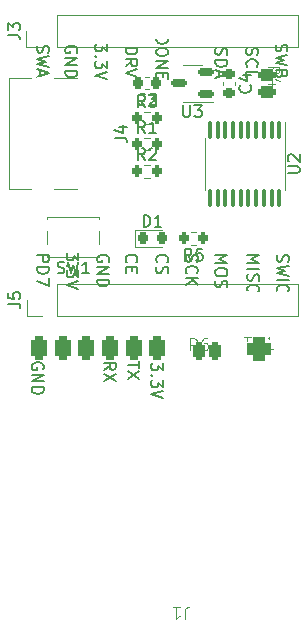
<source format=gto>
G04 #@! TF.GenerationSoftware,KiCad,Pcbnew,7.0.7*
G04 #@! TF.CreationDate,2024-04-01T22:47:38-04:00*
G04 #@! TF.ProjectId,sensor_node,73656e73-6f72-45f6-9e6f-64652e6b6963,rev?*
G04 #@! TF.SameCoordinates,Original*
G04 #@! TF.FileFunction,Legend,Top*
G04 #@! TF.FilePolarity,Positive*
%FSLAX46Y46*%
G04 Gerber Fmt 4.6, Leading zero omitted, Abs format (unit mm)*
G04 Created by KiCad (PCBNEW 7.0.7) date 2024-04-01 22:47:38*
%MOMM*%
%LPD*%
G01*
G04 APERTURE LIST*
G04 Aperture macros list*
%AMRoundRect*
0 Rectangle with rounded corners*
0 $1 Rounding radius*
0 $2 $3 $4 $5 $6 $7 $8 $9 X,Y pos of 4 corners*
0 Add a 4 corners polygon primitive as box body*
4,1,4,$2,$3,$4,$5,$6,$7,$8,$9,$2,$3,0*
0 Add four circle primitives for the rounded corners*
1,1,$1+$1,$2,$3*
1,1,$1+$1,$4,$5*
1,1,$1+$1,$6,$7*
1,1,$1+$1,$8,$9*
0 Add four rect primitives between the rounded corners*
20,1,$1+$1,$2,$3,$4,$5,0*
20,1,$1+$1,$4,$5,$6,$7,0*
20,1,$1+$1,$6,$7,$8,$9,0*
20,1,$1+$1,$8,$9,$2,$3,0*%
G04 Aperture macros list end*
%ADD10C,0.150000*%
%ADD11C,0.100000*%
%ADD12C,0.120000*%
%ADD13RoundRect,0.500000X-0.500000X-0.500000X0.500000X-0.500000X0.500000X0.500000X-0.500000X0.500000X0*%
%ADD14R,1.700000X1.700000*%
%ADD15O,1.700000X1.700000*%
%ADD16RoundRect,0.350000X-0.350000X0.650000X-0.350000X-0.650000X0.350000X-0.650000X0.350000X0.650000X0*%
%ADD17RoundRect,0.225000X0.225000X0.250000X-0.225000X0.250000X-0.225000X-0.250000X0.225000X-0.250000X0*%
%ADD18RoundRect,0.100000X-0.100000X0.637500X-0.100000X-0.637500X0.100000X-0.637500X0.100000X0.637500X0*%
%ADD19RoundRect,0.200000X-0.200000X-0.275000X0.200000X-0.275000X0.200000X0.275000X-0.200000X0.275000X0*%
%ADD20RoundRect,0.218750X-0.218750X-0.256250X0.218750X-0.256250X0.218750X0.256250X-0.218750X0.256250X0*%
%ADD21C,0.650000*%
%ADD22R,1.450000X0.600000*%
%ADD23R,1.450000X0.300000*%
%ADD24O,2.100000X1.000000*%
%ADD25O,1.600000X1.000000*%
%ADD26R,1.050000X0.650000*%
%ADD27RoundRect,0.225000X-0.250000X0.225000X-0.250000X-0.225000X0.250000X-0.225000X0.250000X0.225000X0*%
%ADD28RoundRect,0.250000X-0.500000X0.250000X-0.500000X-0.250000X0.500000X-0.250000X0.500000X0.250000X0*%
%ADD29RoundRect,0.200000X0.200000X0.275000X-0.200000X0.275000X-0.200000X-0.275000X0.200000X-0.275000X0*%
%ADD30RoundRect,0.150000X0.512500X0.150000X-0.512500X0.150000X-0.512500X-0.150000X0.512500X-0.150000X0*%
%ADD31RoundRect,0.250000X-0.250000X-0.500000X0.250000X-0.500000X0.250000X0.500000X-0.250000X0.500000X0*%
G04 APERTURE END LIST*
D10*
X148185258Y-118141542D02*
X148185258Y-118760589D01*
X148185258Y-118760589D02*
X147804306Y-118427256D01*
X147804306Y-118427256D02*
X147804306Y-118570113D01*
X147804306Y-118570113D02*
X147756687Y-118665351D01*
X147756687Y-118665351D02*
X147709068Y-118712970D01*
X147709068Y-118712970D02*
X147613830Y-118760589D01*
X147613830Y-118760589D02*
X147375735Y-118760589D01*
X147375735Y-118760589D02*
X147280497Y-118712970D01*
X147280497Y-118712970D02*
X147232878Y-118665351D01*
X147232878Y-118665351D02*
X147185258Y-118570113D01*
X147185258Y-118570113D02*
X147185258Y-118284399D01*
X147185258Y-118284399D02*
X147232878Y-118189161D01*
X147232878Y-118189161D02*
X147280497Y-118141542D01*
X147280497Y-119189161D02*
X147232878Y-119236780D01*
X147232878Y-119236780D02*
X147185258Y-119189161D01*
X147185258Y-119189161D02*
X147232878Y-119141542D01*
X147232878Y-119141542D02*
X147280497Y-119189161D01*
X147280497Y-119189161D02*
X147185258Y-119189161D01*
X148185258Y-119570113D02*
X148185258Y-120189160D01*
X148185258Y-120189160D02*
X147804306Y-119855827D01*
X147804306Y-119855827D02*
X147804306Y-119998684D01*
X147804306Y-119998684D02*
X147756687Y-120093922D01*
X147756687Y-120093922D02*
X147709068Y-120141541D01*
X147709068Y-120141541D02*
X147613830Y-120189160D01*
X147613830Y-120189160D02*
X147375735Y-120189160D01*
X147375735Y-120189160D02*
X147280497Y-120141541D01*
X147280497Y-120141541D02*
X147232878Y-120093922D01*
X147232878Y-120093922D02*
X147185258Y-119998684D01*
X147185258Y-119998684D02*
X147185258Y-119712970D01*
X147185258Y-119712970D02*
X147232878Y-119617732D01*
X147232878Y-119617732D02*
X147280497Y-119570113D01*
X148185258Y-120474875D02*
X147185258Y-120808208D01*
X147185258Y-120808208D02*
X148185258Y-121141541D01*
X146185259Y-117993922D02*
X146185259Y-118565350D01*
X145185259Y-118279636D02*
X146185259Y-118279636D01*
X146185259Y-118803446D02*
X145185259Y-119470112D01*
X146185259Y-119470112D02*
X145185259Y-118803446D01*
X143185259Y-118708206D02*
X143661450Y-118374873D01*
X143185259Y-118136778D02*
X144185259Y-118136778D01*
X144185259Y-118136778D02*
X144185259Y-118517730D01*
X144185259Y-118517730D02*
X144137640Y-118612968D01*
X144137640Y-118612968D02*
X144090021Y-118660587D01*
X144090021Y-118660587D02*
X143994783Y-118708206D01*
X143994783Y-118708206D02*
X143851926Y-118708206D01*
X143851926Y-118708206D02*
X143756688Y-118660587D01*
X143756688Y-118660587D02*
X143709069Y-118612968D01*
X143709069Y-118612968D02*
X143661450Y-118517730D01*
X143661450Y-118517730D02*
X143661450Y-118136778D01*
X144185259Y-119041540D02*
X143185259Y-119708206D01*
X144185259Y-119708206D02*
X143185259Y-119041540D01*
X138037639Y-118660588D02*
X138085258Y-118565350D01*
X138085258Y-118565350D02*
X138085258Y-118422493D01*
X138085258Y-118422493D02*
X138037639Y-118279636D01*
X138037639Y-118279636D02*
X137942401Y-118184398D01*
X137942401Y-118184398D02*
X137847163Y-118136779D01*
X137847163Y-118136779D02*
X137656687Y-118089160D01*
X137656687Y-118089160D02*
X137513830Y-118089160D01*
X137513830Y-118089160D02*
X137323354Y-118136779D01*
X137323354Y-118136779D02*
X137228116Y-118184398D01*
X137228116Y-118184398D02*
X137132878Y-118279636D01*
X137132878Y-118279636D02*
X137085258Y-118422493D01*
X137085258Y-118422493D02*
X137085258Y-118517731D01*
X137085258Y-118517731D02*
X137132878Y-118660588D01*
X137132878Y-118660588D02*
X137180497Y-118708207D01*
X137180497Y-118708207D02*
X137513830Y-118708207D01*
X137513830Y-118708207D02*
X137513830Y-118517731D01*
X137085258Y-119136779D02*
X138085258Y-119136779D01*
X138085258Y-119136779D02*
X137085258Y-119708207D01*
X137085258Y-119708207D02*
X138085258Y-119708207D01*
X137085258Y-120184398D02*
X138085258Y-120184398D01*
X138085258Y-120184398D02*
X138085258Y-120422493D01*
X138085258Y-120422493D02*
X138037639Y-120565350D01*
X138037639Y-120565350D02*
X137942401Y-120660588D01*
X137942401Y-120660588D02*
X137847163Y-120708207D01*
X137847163Y-120708207D02*
X137656687Y-120755826D01*
X137656687Y-120755826D02*
X137513830Y-120755826D01*
X137513830Y-120755826D02*
X137323354Y-120708207D01*
X137323354Y-120708207D02*
X137228116Y-120660588D01*
X137228116Y-120660588D02*
X137132878Y-120565350D01*
X137132878Y-120565350D02*
X137085258Y-120422493D01*
X137085258Y-120422493D02*
X137085258Y-120184398D01*
X157874300Y-108989160D02*
X157826680Y-109132017D01*
X157826680Y-109132017D02*
X157826680Y-109370112D01*
X157826680Y-109370112D02*
X157874300Y-109465350D01*
X157874300Y-109465350D02*
X157921919Y-109512969D01*
X157921919Y-109512969D02*
X158017157Y-109560588D01*
X158017157Y-109560588D02*
X158112395Y-109560588D01*
X158112395Y-109560588D02*
X158207633Y-109512969D01*
X158207633Y-109512969D02*
X158255252Y-109465350D01*
X158255252Y-109465350D02*
X158302871Y-109370112D01*
X158302871Y-109370112D02*
X158350490Y-109179636D01*
X158350490Y-109179636D02*
X158398109Y-109084398D01*
X158398109Y-109084398D02*
X158445728Y-109036779D01*
X158445728Y-109036779D02*
X158540966Y-108989160D01*
X158540966Y-108989160D02*
X158636204Y-108989160D01*
X158636204Y-108989160D02*
X158731442Y-109036779D01*
X158731442Y-109036779D02*
X158779061Y-109084398D01*
X158779061Y-109084398D02*
X158826680Y-109179636D01*
X158826680Y-109179636D02*
X158826680Y-109417731D01*
X158826680Y-109417731D02*
X158779061Y-109560588D01*
X158826680Y-109893922D02*
X157826680Y-110132017D01*
X157826680Y-110132017D02*
X158540966Y-110322493D01*
X158540966Y-110322493D02*
X157826680Y-110512969D01*
X157826680Y-110512969D02*
X158826680Y-110751065D01*
X157826680Y-111132017D02*
X158826680Y-111132017D01*
X158826680Y-111798683D02*
X158826680Y-111989159D01*
X158826680Y-111989159D02*
X158779061Y-112084397D01*
X158779061Y-112084397D02*
X158683823Y-112179635D01*
X158683823Y-112179635D02*
X158493347Y-112227254D01*
X158493347Y-112227254D02*
X158160014Y-112227254D01*
X158160014Y-112227254D02*
X157969538Y-112179635D01*
X157969538Y-112179635D02*
X157874300Y-112084397D01*
X157874300Y-112084397D02*
X157826680Y-111989159D01*
X157826680Y-111989159D02*
X157826680Y-111798683D01*
X157826680Y-111798683D02*
X157874300Y-111703445D01*
X157874300Y-111703445D02*
X157969538Y-111608207D01*
X157969538Y-111608207D02*
X158160014Y-111560588D01*
X158160014Y-111560588D02*
X158493347Y-111560588D01*
X158493347Y-111560588D02*
X158683823Y-111608207D01*
X158683823Y-111608207D02*
X158779061Y-111703445D01*
X158779061Y-111703445D02*
X158826680Y-111798683D01*
X147721920Y-109608207D02*
X147674301Y-109560588D01*
X147674301Y-109560588D02*
X147626681Y-109417731D01*
X147626681Y-109417731D02*
X147626681Y-109322493D01*
X147626681Y-109322493D02*
X147674301Y-109179636D01*
X147674301Y-109179636D02*
X147769539Y-109084398D01*
X147769539Y-109084398D02*
X147864777Y-109036779D01*
X147864777Y-109036779D02*
X148055253Y-108989160D01*
X148055253Y-108989160D02*
X148198110Y-108989160D01*
X148198110Y-108989160D02*
X148388586Y-109036779D01*
X148388586Y-109036779D02*
X148483824Y-109084398D01*
X148483824Y-109084398D02*
X148579062Y-109179636D01*
X148579062Y-109179636D02*
X148626681Y-109322493D01*
X148626681Y-109322493D02*
X148626681Y-109417731D01*
X148626681Y-109417731D02*
X148579062Y-109560588D01*
X148579062Y-109560588D02*
X148531443Y-109608207D01*
X147674301Y-109989160D02*
X147626681Y-110132017D01*
X147626681Y-110132017D02*
X147626681Y-110370112D01*
X147626681Y-110370112D02*
X147674301Y-110465350D01*
X147674301Y-110465350D02*
X147721920Y-110512969D01*
X147721920Y-110512969D02*
X147817158Y-110560588D01*
X147817158Y-110560588D02*
X147912396Y-110560588D01*
X147912396Y-110560588D02*
X148007634Y-110512969D01*
X148007634Y-110512969D02*
X148055253Y-110465350D01*
X148055253Y-110465350D02*
X148102872Y-110370112D01*
X148102872Y-110370112D02*
X148150491Y-110179636D01*
X148150491Y-110179636D02*
X148198110Y-110084398D01*
X148198110Y-110084398D02*
X148245729Y-110036779D01*
X148245729Y-110036779D02*
X148340967Y-109989160D01*
X148340967Y-109989160D02*
X148436205Y-109989160D01*
X148436205Y-109989160D02*
X148531443Y-110036779D01*
X148531443Y-110036779D02*
X148579062Y-110084398D01*
X148579062Y-110084398D02*
X148626681Y-110179636D01*
X148626681Y-110179636D02*
X148626681Y-110417731D01*
X148626681Y-110417731D02*
X148579062Y-110560588D01*
X152626679Y-109036779D02*
X153626679Y-109036779D01*
X153626679Y-109036779D02*
X152912394Y-109370112D01*
X152912394Y-109370112D02*
X153626679Y-109703445D01*
X153626679Y-109703445D02*
X152626679Y-109703445D01*
X153626679Y-110370112D02*
X153626679Y-110560588D01*
X153626679Y-110560588D02*
X153579060Y-110655826D01*
X153579060Y-110655826D02*
X153483822Y-110751064D01*
X153483822Y-110751064D02*
X153293346Y-110798683D01*
X153293346Y-110798683D02*
X152960013Y-110798683D01*
X152960013Y-110798683D02*
X152769537Y-110751064D01*
X152769537Y-110751064D02*
X152674299Y-110655826D01*
X152674299Y-110655826D02*
X152626679Y-110560588D01*
X152626679Y-110560588D02*
X152626679Y-110370112D01*
X152626679Y-110370112D02*
X152674299Y-110274874D01*
X152674299Y-110274874D02*
X152769537Y-110179636D01*
X152769537Y-110179636D02*
X152960013Y-110132017D01*
X152960013Y-110132017D02*
X153293346Y-110132017D01*
X153293346Y-110132017D02*
X153483822Y-110179636D01*
X153483822Y-110179636D02*
X153579060Y-110274874D01*
X153579060Y-110274874D02*
X153626679Y-110370112D01*
X152674299Y-111179636D02*
X152626679Y-111322493D01*
X152626679Y-111322493D02*
X152626679Y-111560588D01*
X152626679Y-111560588D02*
X152674299Y-111655826D01*
X152674299Y-111655826D02*
X152721918Y-111703445D01*
X152721918Y-111703445D02*
X152817156Y-111751064D01*
X152817156Y-111751064D02*
X152912394Y-111751064D01*
X152912394Y-111751064D02*
X153007632Y-111703445D01*
X153007632Y-111703445D02*
X153055251Y-111655826D01*
X153055251Y-111655826D02*
X153102870Y-111560588D01*
X153102870Y-111560588D02*
X153150489Y-111370112D01*
X153150489Y-111370112D02*
X153198108Y-111274874D01*
X153198108Y-111274874D02*
X153245727Y-111227255D01*
X153245727Y-111227255D02*
X153340965Y-111179636D01*
X153340965Y-111179636D02*
X153436203Y-111179636D01*
X153436203Y-111179636D02*
X153531441Y-111227255D01*
X153531441Y-111227255D02*
X153579060Y-111274874D01*
X153579060Y-111274874D02*
X153626679Y-111370112D01*
X153626679Y-111370112D02*
X153626679Y-111608207D01*
X153626679Y-111608207D02*
X153579060Y-111751064D01*
X152626679Y-112179636D02*
X153626679Y-112179636D01*
X137526680Y-109036779D02*
X138526680Y-109036779D01*
X138526680Y-109036779D02*
X138526680Y-109417731D01*
X138526680Y-109417731D02*
X138479061Y-109512969D01*
X138479061Y-109512969D02*
X138431442Y-109560588D01*
X138431442Y-109560588D02*
X138336204Y-109608207D01*
X138336204Y-109608207D02*
X138193347Y-109608207D01*
X138193347Y-109608207D02*
X138098109Y-109560588D01*
X138098109Y-109560588D02*
X138050490Y-109512969D01*
X138050490Y-109512969D02*
X138002871Y-109417731D01*
X138002871Y-109417731D02*
X138002871Y-109036779D01*
X137526680Y-110036779D02*
X138526680Y-110036779D01*
X138526680Y-110036779D02*
X138526680Y-110274874D01*
X138526680Y-110274874D02*
X138479061Y-110417731D01*
X138479061Y-110417731D02*
X138383823Y-110512969D01*
X138383823Y-110512969D02*
X138288585Y-110560588D01*
X138288585Y-110560588D02*
X138098109Y-110608207D01*
X138098109Y-110608207D02*
X137955252Y-110608207D01*
X137955252Y-110608207D02*
X137764776Y-110560588D01*
X137764776Y-110560588D02*
X137669538Y-110512969D01*
X137669538Y-110512969D02*
X137574300Y-110417731D01*
X137574300Y-110417731D02*
X137526680Y-110274874D01*
X137526680Y-110274874D02*
X137526680Y-110036779D01*
X138526680Y-110941541D02*
X138526680Y-111608207D01*
X138526680Y-111608207D02*
X137526680Y-111179636D01*
X145121919Y-109608207D02*
X145074300Y-109560588D01*
X145074300Y-109560588D02*
X145026680Y-109417731D01*
X145026680Y-109417731D02*
X145026680Y-109322493D01*
X145026680Y-109322493D02*
X145074300Y-109179636D01*
X145074300Y-109179636D02*
X145169538Y-109084398D01*
X145169538Y-109084398D02*
X145264776Y-109036779D01*
X145264776Y-109036779D02*
X145455252Y-108989160D01*
X145455252Y-108989160D02*
X145598109Y-108989160D01*
X145598109Y-108989160D02*
X145788585Y-109036779D01*
X145788585Y-109036779D02*
X145883823Y-109084398D01*
X145883823Y-109084398D02*
X145979061Y-109179636D01*
X145979061Y-109179636D02*
X146026680Y-109322493D01*
X146026680Y-109322493D02*
X146026680Y-109417731D01*
X146026680Y-109417731D02*
X145979061Y-109560588D01*
X145979061Y-109560588D02*
X145931442Y-109608207D01*
X145550490Y-110036779D02*
X145550490Y-110370112D01*
X145026680Y-110512969D02*
X145026680Y-110036779D01*
X145026680Y-110036779D02*
X146026680Y-110036779D01*
X146026680Y-110036779D02*
X146026680Y-110512969D01*
X141026680Y-108841541D02*
X141026680Y-109460588D01*
X141026680Y-109460588D02*
X140645728Y-109127255D01*
X140645728Y-109127255D02*
X140645728Y-109270112D01*
X140645728Y-109270112D02*
X140598109Y-109365350D01*
X140598109Y-109365350D02*
X140550490Y-109412969D01*
X140550490Y-109412969D02*
X140455252Y-109460588D01*
X140455252Y-109460588D02*
X140217157Y-109460588D01*
X140217157Y-109460588D02*
X140121919Y-109412969D01*
X140121919Y-109412969D02*
X140074300Y-109365350D01*
X140074300Y-109365350D02*
X140026680Y-109270112D01*
X140026680Y-109270112D02*
X140026680Y-108984398D01*
X140026680Y-108984398D02*
X140074300Y-108889160D01*
X140074300Y-108889160D02*
X140121919Y-108841541D01*
X140121919Y-109889160D02*
X140074300Y-109936779D01*
X140074300Y-109936779D02*
X140026680Y-109889160D01*
X140026680Y-109889160D02*
X140074300Y-109841541D01*
X140074300Y-109841541D02*
X140121919Y-109889160D01*
X140121919Y-109889160D02*
X140026680Y-109889160D01*
X141026680Y-110270112D02*
X141026680Y-110889159D01*
X141026680Y-110889159D02*
X140645728Y-110555826D01*
X140645728Y-110555826D02*
X140645728Y-110698683D01*
X140645728Y-110698683D02*
X140598109Y-110793921D01*
X140598109Y-110793921D02*
X140550490Y-110841540D01*
X140550490Y-110841540D02*
X140455252Y-110889159D01*
X140455252Y-110889159D02*
X140217157Y-110889159D01*
X140217157Y-110889159D02*
X140121919Y-110841540D01*
X140121919Y-110841540D02*
X140074300Y-110793921D01*
X140074300Y-110793921D02*
X140026680Y-110698683D01*
X140026680Y-110698683D02*
X140026680Y-110412969D01*
X140026680Y-110412969D02*
X140074300Y-110317731D01*
X140074300Y-110317731D02*
X140121919Y-110270112D01*
X141026680Y-111174874D02*
X140026680Y-111508207D01*
X140026680Y-111508207D02*
X141026680Y-111841540D01*
X155326680Y-109036779D02*
X156326680Y-109036779D01*
X156326680Y-109036779D02*
X155612395Y-109370112D01*
X155612395Y-109370112D02*
X156326680Y-109703445D01*
X156326680Y-109703445D02*
X155326680Y-109703445D01*
X155326680Y-110179636D02*
X156326680Y-110179636D01*
X155374300Y-110608207D02*
X155326680Y-110751064D01*
X155326680Y-110751064D02*
X155326680Y-110989159D01*
X155326680Y-110989159D02*
X155374300Y-111084397D01*
X155374300Y-111084397D02*
X155421919Y-111132016D01*
X155421919Y-111132016D02*
X155517157Y-111179635D01*
X155517157Y-111179635D02*
X155612395Y-111179635D01*
X155612395Y-111179635D02*
X155707633Y-111132016D01*
X155707633Y-111132016D02*
X155755252Y-111084397D01*
X155755252Y-111084397D02*
X155802871Y-110989159D01*
X155802871Y-110989159D02*
X155850490Y-110798683D01*
X155850490Y-110798683D02*
X155898109Y-110703445D01*
X155898109Y-110703445D02*
X155945728Y-110655826D01*
X155945728Y-110655826D02*
X156040966Y-110608207D01*
X156040966Y-110608207D02*
X156136204Y-110608207D01*
X156136204Y-110608207D02*
X156231442Y-110655826D01*
X156231442Y-110655826D02*
X156279061Y-110703445D01*
X156279061Y-110703445D02*
X156326680Y-110798683D01*
X156326680Y-110798683D02*
X156326680Y-111036778D01*
X156326680Y-111036778D02*
X156279061Y-111179635D01*
X156326680Y-111798683D02*
X156326680Y-111989159D01*
X156326680Y-111989159D02*
X156279061Y-112084397D01*
X156279061Y-112084397D02*
X156183823Y-112179635D01*
X156183823Y-112179635D02*
X155993347Y-112227254D01*
X155993347Y-112227254D02*
X155660014Y-112227254D01*
X155660014Y-112227254D02*
X155469538Y-112179635D01*
X155469538Y-112179635D02*
X155374300Y-112084397D01*
X155374300Y-112084397D02*
X155326680Y-111989159D01*
X155326680Y-111989159D02*
X155326680Y-111798683D01*
X155326680Y-111798683D02*
X155374300Y-111703445D01*
X155374300Y-111703445D02*
X155469538Y-111608207D01*
X155469538Y-111608207D02*
X155660014Y-111560588D01*
X155660014Y-111560588D02*
X155993347Y-111560588D01*
X155993347Y-111560588D02*
X156183823Y-111608207D01*
X156183823Y-111608207D02*
X156279061Y-111703445D01*
X156279061Y-111703445D02*
X156326680Y-111798683D01*
X143579062Y-109560588D02*
X143626681Y-109465350D01*
X143626681Y-109465350D02*
X143626681Y-109322493D01*
X143626681Y-109322493D02*
X143579062Y-109179636D01*
X143579062Y-109179636D02*
X143483824Y-109084398D01*
X143483824Y-109084398D02*
X143388586Y-109036779D01*
X143388586Y-109036779D02*
X143198110Y-108989160D01*
X143198110Y-108989160D02*
X143055253Y-108989160D01*
X143055253Y-108989160D02*
X142864777Y-109036779D01*
X142864777Y-109036779D02*
X142769539Y-109084398D01*
X142769539Y-109084398D02*
X142674301Y-109179636D01*
X142674301Y-109179636D02*
X142626681Y-109322493D01*
X142626681Y-109322493D02*
X142626681Y-109417731D01*
X142626681Y-109417731D02*
X142674301Y-109560588D01*
X142674301Y-109560588D02*
X142721920Y-109608207D01*
X142721920Y-109608207D02*
X143055253Y-109608207D01*
X143055253Y-109608207D02*
X143055253Y-109417731D01*
X142626681Y-110036779D02*
X143626681Y-110036779D01*
X143626681Y-110036779D02*
X142626681Y-110608207D01*
X142626681Y-110608207D02*
X143626681Y-110608207D01*
X142626681Y-111084398D02*
X143626681Y-111084398D01*
X143626681Y-111084398D02*
X143626681Y-111322493D01*
X143626681Y-111322493D02*
X143579062Y-111465350D01*
X143579062Y-111465350D02*
X143483824Y-111560588D01*
X143483824Y-111560588D02*
X143388586Y-111608207D01*
X143388586Y-111608207D02*
X143198110Y-111655826D01*
X143198110Y-111655826D02*
X143055253Y-111655826D01*
X143055253Y-111655826D02*
X142864777Y-111608207D01*
X142864777Y-111608207D02*
X142769539Y-111560588D01*
X142769539Y-111560588D02*
X142674301Y-111465350D01*
X142674301Y-111465350D02*
X142626681Y-111322493D01*
X142626681Y-111322493D02*
X142626681Y-111084398D01*
X150174299Y-108989160D02*
X150126679Y-109132017D01*
X150126679Y-109132017D02*
X150126679Y-109370112D01*
X150126679Y-109370112D02*
X150174299Y-109465350D01*
X150174299Y-109465350D02*
X150221918Y-109512969D01*
X150221918Y-109512969D02*
X150317156Y-109560588D01*
X150317156Y-109560588D02*
X150412394Y-109560588D01*
X150412394Y-109560588D02*
X150507632Y-109512969D01*
X150507632Y-109512969D02*
X150555251Y-109465350D01*
X150555251Y-109465350D02*
X150602870Y-109370112D01*
X150602870Y-109370112D02*
X150650489Y-109179636D01*
X150650489Y-109179636D02*
X150698108Y-109084398D01*
X150698108Y-109084398D02*
X150745727Y-109036779D01*
X150745727Y-109036779D02*
X150840965Y-108989160D01*
X150840965Y-108989160D02*
X150936203Y-108989160D01*
X150936203Y-108989160D02*
X151031441Y-109036779D01*
X151031441Y-109036779D02*
X151079060Y-109084398D01*
X151079060Y-109084398D02*
X151126679Y-109179636D01*
X151126679Y-109179636D02*
X151126679Y-109417731D01*
X151126679Y-109417731D02*
X151079060Y-109560588D01*
X150221918Y-110560588D02*
X150174299Y-110512969D01*
X150174299Y-110512969D02*
X150126679Y-110370112D01*
X150126679Y-110370112D02*
X150126679Y-110274874D01*
X150126679Y-110274874D02*
X150174299Y-110132017D01*
X150174299Y-110132017D02*
X150269537Y-110036779D01*
X150269537Y-110036779D02*
X150364775Y-109989160D01*
X150364775Y-109989160D02*
X150555251Y-109941541D01*
X150555251Y-109941541D02*
X150698108Y-109941541D01*
X150698108Y-109941541D02*
X150888584Y-109989160D01*
X150888584Y-109989160D02*
X150983822Y-110036779D01*
X150983822Y-110036779D02*
X151079060Y-110132017D01*
X151079060Y-110132017D02*
X151126679Y-110274874D01*
X151126679Y-110274874D02*
X151126679Y-110370112D01*
X151126679Y-110370112D02*
X151079060Y-110512969D01*
X151079060Y-110512969D02*
X151031441Y-110560588D01*
X150126679Y-110989160D02*
X151126679Y-110989160D01*
X150126679Y-111560588D02*
X150698108Y-111132017D01*
X151126679Y-111560588D02*
X150555251Y-110989160D01*
X137574300Y-91289160D02*
X137526680Y-91432017D01*
X137526680Y-91432017D02*
X137526680Y-91670112D01*
X137526680Y-91670112D02*
X137574300Y-91765350D01*
X137574300Y-91765350D02*
X137621919Y-91812969D01*
X137621919Y-91812969D02*
X137717157Y-91860588D01*
X137717157Y-91860588D02*
X137812395Y-91860588D01*
X137812395Y-91860588D02*
X137907633Y-91812969D01*
X137907633Y-91812969D02*
X137955252Y-91765350D01*
X137955252Y-91765350D02*
X138002871Y-91670112D01*
X138002871Y-91670112D02*
X138050490Y-91479636D01*
X138050490Y-91479636D02*
X138098109Y-91384398D01*
X138098109Y-91384398D02*
X138145728Y-91336779D01*
X138145728Y-91336779D02*
X138240966Y-91289160D01*
X138240966Y-91289160D02*
X138336204Y-91289160D01*
X138336204Y-91289160D02*
X138431442Y-91336779D01*
X138431442Y-91336779D02*
X138479061Y-91384398D01*
X138479061Y-91384398D02*
X138526680Y-91479636D01*
X138526680Y-91479636D02*
X138526680Y-91717731D01*
X138526680Y-91717731D02*
X138479061Y-91860588D01*
X138526680Y-92193922D02*
X137526680Y-92432017D01*
X137526680Y-92432017D02*
X138240966Y-92622493D01*
X138240966Y-92622493D02*
X137526680Y-92812969D01*
X137526680Y-92812969D02*
X138526680Y-93051065D01*
X137812395Y-93384398D02*
X137812395Y-93860588D01*
X137526680Y-93289160D02*
X138526680Y-93622493D01*
X138526680Y-93622493D02*
X137526680Y-93955826D01*
X140879061Y-91860588D02*
X140926680Y-91765350D01*
X140926680Y-91765350D02*
X140926680Y-91622493D01*
X140926680Y-91622493D02*
X140879061Y-91479636D01*
X140879061Y-91479636D02*
X140783823Y-91384398D01*
X140783823Y-91384398D02*
X140688585Y-91336779D01*
X140688585Y-91336779D02*
X140498109Y-91289160D01*
X140498109Y-91289160D02*
X140355252Y-91289160D01*
X140355252Y-91289160D02*
X140164776Y-91336779D01*
X140164776Y-91336779D02*
X140069538Y-91384398D01*
X140069538Y-91384398D02*
X139974300Y-91479636D01*
X139974300Y-91479636D02*
X139926680Y-91622493D01*
X139926680Y-91622493D02*
X139926680Y-91717731D01*
X139926680Y-91717731D02*
X139974300Y-91860588D01*
X139974300Y-91860588D02*
X140021919Y-91908207D01*
X140021919Y-91908207D02*
X140355252Y-91908207D01*
X140355252Y-91908207D02*
X140355252Y-91717731D01*
X139926680Y-92336779D02*
X140926680Y-92336779D01*
X140926680Y-92336779D02*
X139926680Y-92908207D01*
X139926680Y-92908207D02*
X140926680Y-92908207D01*
X139926680Y-93384398D02*
X140926680Y-93384398D01*
X140926680Y-93384398D02*
X140926680Y-93622493D01*
X140926680Y-93622493D02*
X140879061Y-93765350D01*
X140879061Y-93765350D02*
X140783823Y-93860588D01*
X140783823Y-93860588D02*
X140688585Y-93908207D01*
X140688585Y-93908207D02*
X140498109Y-93955826D01*
X140498109Y-93955826D02*
X140355252Y-93955826D01*
X140355252Y-93955826D02*
X140164776Y-93908207D01*
X140164776Y-93908207D02*
X140069538Y-93860588D01*
X140069538Y-93860588D02*
X139974300Y-93765350D01*
X139974300Y-93765350D02*
X139926680Y-93622493D01*
X139926680Y-93622493D02*
X139926680Y-93384398D01*
X157774300Y-91189160D02*
X157726680Y-91332017D01*
X157726680Y-91332017D02*
X157726680Y-91570112D01*
X157726680Y-91570112D02*
X157774300Y-91665350D01*
X157774300Y-91665350D02*
X157821919Y-91712969D01*
X157821919Y-91712969D02*
X157917157Y-91760588D01*
X157917157Y-91760588D02*
X158012395Y-91760588D01*
X158012395Y-91760588D02*
X158107633Y-91712969D01*
X158107633Y-91712969D02*
X158155252Y-91665350D01*
X158155252Y-91665350D02*
X158202871Y-91570112D01*
X158202871Y-91570112D02*
X158250490Y-91379636D01*
X158250490Y-91379636D02*
X158298109Y-91284398D01*
X158298109Y-91284398D02*
X158345728Y-91236779D01*
X158345728Y-91236779D02*
X158440966Y-91189160D01*
X158440966Y-91189160D02*
X158536204Y-91189160D01*
X158536204Y-91189160D02*
X158631442Y-91236779D01*
X158631442Y-91236779D02*
X158679061Y-91284398D01*
X158679061Y-91284398D02*
X158726680Y-91379636D01*
X158726680Y-91379636D02*
X158726680Y-91617731D01*
X158726680Y-91617731D02*
X158679061Y-91760588D01*
X158726680Y-92093922D02*
X157726680Y-92332017D01*
X157726680Y-92332017D02*
X158440966Y-92522493D01*
X158440966Y-92522493D02*
X157726680Y-92712969D01*
X157726680Y-92712969D02*
X158726680Y-92951065D01*
X158250490Y-93665350D02*
X158202871Y-93808207D01*
X158202871Y-93808207D02*
X158155252Y-93855826D01*
X158155252Y-93855826D02*
X158060014Y-93903445D01*
X158060014Y-93903445D02*
X157917157Y-93903445D01*
X157917157Y-93903445D02*
X157821919Y-93855826D01*
X157821919Y-93855826D02*
X157774300Y-93808207D01*
X157774300Y-93808207D02*
X157726680Y-93712969D01*
X157726680Y-93712969D02*
X157726680Y-93332017D01*
X157726680Y-93332017D02*
X158726680Y-93332017D01*
X158726680Y-93332017D02*
X158726680Y-93665350D01*
X158726680Y-93665350D02*
X158679061Y-93760588D01*
X158679061Y-93760588D02*
X158631442Y-93808207D01*
X158631442Y-93808207D02*
X158536204Y-93855826D01*
X158536204Y-93855826D02*
X158440966Y-93855826D01*
X158440966Y-93855826D02*
X158345728Y-93808207D01*
X158345728Y-93808207D02*
X158298109Y-93760588D01*
X158298109Y-93760588D02*
X158250490Y-93665350D01*
X158250490Y-93665350D02*
X158250490Y-93332017D01*
X143426679Y-91141541D02*
X143426679Y-91760588D01*
X143426679Y-91760588D02*
X143045727Y-91427255D01*
X143045727Y-91427255D02*
X143045727Y-91570112D01*
X143045727Y-91570112D02*
X142998108Y-91665350D01*
X142998108Y-91665350D02*
X142950489Y-91712969D01*
X142950489Y-91712969D02*
X142855251Y-91760588D01*
X142855251Y-91760588D02*
X142617156Y-91760588D01*
X142617156Y-91760588D02*
X142521918Y-91712969D01*
X142521918Y-91712969D02*
X142474299Y-91665350D01*
X142474299Y-91665350D02*
X142426679Y-91570112D01*
X142426679Y-91570112D02*
X142426679Y-91284398D01*
X142426679Y-91284398D02*
X142474299Y-91189160D01*
X142474299Y-91189160D02*
X142521918Y-91141541D01*
X142521918Y-92189160D02*
X142474299Y-92236779D01*
X142474299Y-92236779D02*
X142426679Y-92189160D01*
X142426679Y-92189160D02*
X142474299Y-92141541D01*
X142474299Y-92141541D02*
X142521918Y-92189160D01*
X142521918Y-92189160D02*
X142426679Y-92189160D01*
X143426679Y-92570112D02*
X143426679Y-93189159D01*
X143426679Y-93189159D02*
X143045727Y-92855826D01*
X143045727Y-92855826D02*
X143045727Y-92998683D01*
X143045727Y-92998683D02*
X142998108Y-93093921D01*
X142998108Y-93093921D02*
X142950489Y-93141540D01*
X142950489Y-93141540D02*
X142855251Y-93189159D01*
X142855251Y-93189159D02*
X142617156Y-93189159D01*
X142617156Y-93189159D02*
X142521918Y-93141540D01*
X142521918Y-93141540D02*
X142474299Y-93093921D01*
X142474299Y-93093921D02*
X142426679Y-92998683D01*
X142426679Y-92998683D02*
X142426679Y-92712969D01*
X142426679Y-92712969D02*
X142474299Y-92617731D01*
X142474299Y-92617731D02*
X142521918Y-92570112D01*
X143426679Y-93474874D02*
X142426679Y-93808207D01*
X142426679Y-93808207D02*
X143426679Y-94141540D01*
X155274300Y-91489160D02*
X155226680Y-91632017D01*
X155226680Y-91632017D02*
X155226680Y-91870112D01*
X155226680Y-91870112D02*
X155274300Y-91965350D01*
X155274300Y-91965350D02*
X155321919Y-92012969D01*
X155321919Y-92012969D02*
X155417157Y-92060588D01*
X155417157Y-92060588D02*
X155512395Y-92060588D01*
X155512395Y-92060588D02*
X155607633Y-92012969D01*
X155607633Y-92012969D02*
X155655252Y-91965350D01*
X155655252Y-91965350D02*
X155702871Y-91870112D01*
X155702871Y-91870112D02*
X155750490Y-91679636D01*
X155750490Y-91679636D02*
X155798109Y-91584398D01*
X155798109Y-91584398D02*
X155845728Y-91536779D01*
X155845728Y-91536779D02*
X155940966Y-91489160D01*
X155940966Y-91489160D02*
X156036204Y-91489160D01*
X156036204Y-91489160D02*
X156131442Y-91536779D01*
X156131442Y-91536779D02*
X156179061Y-91584398D01*
X156179061Y-91584398D02*
X156226680Y-91679636D01*
X156226680Y-91679636D02*
X156226680Y-91917731D01*
X156226680Y-91917731D02*
X156179061Y-92060588D01*
X155321919Y-93060588D02*
X155274300Y-93012969D01*
X155274300Y-93012969D02*
X155226680Y-92870112D01*
X155226680Y-92870112D02*
X155226680Y-92774874D01*
X155226680Y-92774874D02*
X155274300Y-92632017D01*
X155274300Y-92632017D02*
X155369538Y-92536779D01*
X155369538Y-92536779D02*
X155464776Y-92489160D01*
X155464776Y-92489160D02*
X155655252Y-92441541D01*
X155655252Y-92441541D02*
X155798109Y-92441541D01*
X155798109Y-92441541D02*
X155988585Y-92489160D01*
X155988585Y-92489160D02*
X156083823Y-92536779D01*
X156083823Y-92536779D02*
X156179061Y-92632017D01*
X156179061Y-92632017D02*
X156226680Y-92774874D01*
X156226680Y-92774874D02*
X156226680Y-92870112D01*
X156226680Y-92870112D02*
X156179061Y-93012969D01*
X156179061Y-93012969D02*
X156131442Y-93060588D01*
X155226680Y-93965350D02*
X155226680Y-93489160D01*
X155226680Y-93489160D02*
X156226680Y-93489160D01*
X152674301Y-91489160D02*
X152626681Y-91632017D01*
X152626681Y-91632017D02*
X152626681Y-91870112D01*
X152626681Y-91870112D02*
X152674301Y-91965350D01*
X152674301Y-91965350D02*
X152721920Y-92012969D01*
X152721920Y-92012969D02*
X152817158Y-92060588D01*
X152817158Y-92060588D02*
X152912396Y-92060588D01*
X152912396Y-92060588D02*
X153007634Y-92012969D01*
X153007634Y-92012969D02*
X153055253Y-91965350D01*
X153055253Y-91965350D02*
X153102872Y-91870112D01*
X153102872Y-91870112D02*
X153150491Y-91679636D01*
X153150491Y-91679636D02*
X153198110Y-91584398D01*
X153198110Y-91584398D02*
X153245729Y-91536779D01*
X153245729Y-91536779D02*
X153340967Y-91489160D01*
X153340967Y-91489160D02*
X153436205Y-91489160D01*
X153436205Y-91489160D02*
X153531443Y-91536779D01*
X153531443Y-91536779D02*
X153579062Y-91584398D01*
X153579062Y-91584398D02*
X153626681Y-91679636D01*
X153626681Y-91679636D02*
X153626681Y-91917731D01*
X153626681Y-91917731D02*
X153579062Y-92060588D01*
X152626681Y-92489160D02*
X153626681Y-92489160D01*
X153626681Y-92489160D02*
X153626681Y-92727255D01*
X153626681Y-92727255D02*
X153579062Y-92870112D01*
X153579062Y-92870112D02*
X153483824Y-92965350D01*
X153483824Y-92965350D02*
X153388586Y-93012969D01*
X153388586Y-93012969D02*
X153198110Y-93060588D01*
X153198110Y-93060588D02*
X153055253Y-93060588D01*
X153055253Y-93060588D02*
X152864777Y-93012969D01*
X152864777Y-93012969D02*
X152769539Y-92965350D01*
X152769539Y-92965350D02*
X152674301Y-92870112D01*
X152674301Y-92870112D02*
X152626681Y-92727255D01*
X152626681Y-92727255D02*
X152626681Y-92489160D01*
X152912396Y-93441541D02*
X152912396Y-93917731D01*
X152626681Y-93346303D02*
X153626681Y-93679636D01*
X153626681Y-93679636D02*
X152626681Y-94012969D01*
X145026680Y-91436778D02*
X146026680Y-91436778D01*
X146026680Y-91436778D02*
X146026680Y-91674873D01*
X146026680Y-91674873D02*
X145979061Y-91817730D01*
X145979061Y-91817730D02*
X145883823Y-91912968D01*
X145883823Y-91912968D02*
X145788585Y-91960587D01*
X145788585Y-91960587D02*
X145598109Y-92008206D01*
X145598109Y-92008206D02*
X145455252Y-92008206D01*
X145455252Y-92008206D02*
X145264776Y-91960587D01*
X145264776Y-91960587D02*
X145169538Y-91912968D01*
X145169538Y-91912968D02*
X145074300Y-91817730D01*
X145074300Y-91817730D02*
X145026680Y-91674873D01*
X145026680Y-91674873D02*
X145026680Y-91436778D01*
X145026680Y-93008206D02*
X145502871Y-92674873D01*
X145026680Y-92436778D02*
X146026680Y-92436778D01*
X146026680Y-92436778D02*
X146026680Y-92817730D01*
X146026680Y-92817730D02*
X145979061Y-92912968D01*
X145979061Y-92912968D02*
X145931442Y-92960587D01*
X145931442Y-92960587D02*
X145836204Y-93008206D01*
X145836204Y-93008206D02*
X145693347Y-93008206D01*
X145693347Y-93008206D02*
X145598109Y-92960587D01*
X145598109Y-92960587D02*
X145550490Y-92912968D01*
X145550490Y-92912968D02*
X145502871Y-92817730D01*
X145502871Y-92817730D02*
X145502871Y-92436778D01*
X146026680Y-93293921D02*
X145026680Y-93627254D01*
X145026680Y-93627254D02*
X146026680Y-93960587D01*
X147626680Y-90536779D02*
X148626680Y-90536779D01*
X148626680Y-90536779D02*
X148626680Y-90774874D01*
X148626680Y-90774874D02*
X148579061Y-90917731D01*
X148579061Y-90917731D02*
X148483823Y-91012969D01*
X148483823Y-91012969D02*
X148388585Y-91060588D01*
X148388585Y-91060588D02*
X148198109Y-91108207D01*
X148198109Y-91108207D02*
X148055252Y-91108207D01*
X148055252Y-91108207D02*
X147864776Y-91060588D01*
X147864776Y-91060588D02*
X147769538Y-91012969D01*
X147769538Y-91012969D02*
X147674300Y-90917731D01*
X147674300Y-90917731D02*
X147626680Y-90774874D01*
X147626680Y-90774874D02*
X147626680Y-90536779D01*
X148626680Y-91727255D02*
X148626680Y-91917731D01*
X148626680Y-91917731D02*
X148579061Y-92012969D01*
X148579061Y-92012969D02*
X148483823Y-92108207D01*
X148483823Y-92108207D02*
X148293347Y-92155826D01*
X148293347Y-92155826D02*
X147960014Y-92155826D01*
X147960014Y-92155826D02*
X147769538Y-92108207D01*
X147769538Y-92108207D02*
X147674300Y-92012969D01*
X147674300Y-92012969D02*
X147626680Y-91917731D01*
X147626680Y-91917731D02*
X147626680Y-91727255D01*
X147626680Y-91727255D02*
X147674300Y-91632017D01*
X147674300Y-91632017D02*
X147769538Y-91536779D01*
X147769538Y-91536779D02*
X147960014Y-91489160D01*
X147960014Y-91489160D02*
X148293347Y-91489160D01*
X148293347Y-91489160D02*
X148483823Y-91536779D01*
X148483823Y-91536779D02*
X148579061Y-91632017D01*
X148579061Y-91632017D02*
X148626680Y-91727255D01*
X147626680Y-92584398D02*
X148626680Y-92584398D01*
X148626680Y-92584398D02*
X147626680Y-93155826D01*
X147626680Y-93155826D02*
X148626680Y-93155826D01*
X148150490Y-93632017D02*
X148150490Y-93965350D01*
X147626680Y-94108207D02*
X147626680Y-93632017D01*
X147626680Y-93632017D02*
X148626680Y-93632017D01*
X148626680Y-93632017D02*
X148626680Y-94108207D01*
D11*
X155038095Y-115957419D02*
X155609523Y-115957419D01*
X155323809Y-116957419D02*
X155323809Y-115957419D01*
X155942857Y-116957419D02*
X155942857Y-115957419D01*
X155942857Y-115957419D02*
X156323809Y-115957419D01*
X156323809Y-115957419D02*
X156419047Y-116005038D01*
X156419047Y-116005038D02*
X156466666Y-116052657D01*
X156466666Y-116052657D02*
X156514285Y-116147895D01*
X156514285Y-116147895D02*
X156514285Y-116290752D01*
X156514285Y-116290752D02*
X156466666Y-116385990D01*
X156466666Y-116385990D02*
X156419047Y-116433609D01*
X156419047Y-116433609D02*
X156323809Y-116481228D01*
X156323809Y-116481228D02*
X155942857Y-116481228D01*
X157466666Y-116957419D02*
X156895238Y-116957419D01*
X157180952Y-116957419D02*
X157180952Y-115957419D01*
X157180952Y-115957419D02*
X157085714Y-116100276D01*
X157085714Y-116100276D02*
X156990476Y-116195514D01*
X156990476Y-116195514D02*
X156895238Y-116243133D01*
D10*
X135083237Y-90364346D02*
X135797522Y-90364346D01*
X135797522Y-90364346D02*
X135940379Y-90411965D01*
X135940379Y-90411965D02*
X136035618Y-90507203D01*
X136035618Y-90507203D02*
X136083237Y-90650060D01*
X136083237Y-90650060D02*
X136083237Y-90745298D01*
X135083237Y-89983393D02*
X135083237Y-89364346D01*
X135083237Y-89364346D02*
X135464189Y-89697679D01*
X135464189Y-89697679D02*
X135464189Y-89554822D01*
X135464189Y-89554822D02*
X135511808Y-89459584D01*
X135511808Y-89459584D02*
X135559427Y-89411965D01*
X135559427Y-89411965D02*
X135654665Y-89364346D01*
X135654665Y-89364346D02*
X135892760Y-89364346D01*
X135892760Y-89364346D02*
X135987998Y-89411965D01*
X135987998Y-89411965D02*
X136035618Y-89459584D01*
X136035618Y-89459584D02*
X136083237Y-89554822D01*
X136083237Y-89554822D02*
X136083237Y-89840536D01*
X136083237Y-89840536D02*
X136035618Y-89935774D01*
X136035618Y-89935774D02*
X135987998Y-89983393D01*
D11*
X150033333Y-139842579D02*
X150033333Y-139128294D01*
X150033333Y-139128294D02*
X150080952Y-138985437D01*
X150080952Y-138985437D02*
X150176190Y-138890199D01*
X150176190Y-138890199D02*
X150319047Y-138842579D01*
X150319047Y-138842579D02*
X150414285Y-138842579D01*
X149033333Y-138842579D02*
X149604761Y-138842579D01*
X149319047Y-138842579D02*
X149319047Y-139842579D01*
X149319047Y-139842579D02*
X149414285Y-139699722D01*
X149414285Y-139699722D02*
X149509523Y-139604484D01*
X149509523Y-139604484D02*
X149604761Y-139556865D01*
D10*
X146658332Y-96239580D02*
X146610713Y-96287200D01*
X146610713Y-96287200D02*
X146467856Y-96334819D01*
X146467856Y-96334819D02*
X146372618Y-96334819D01*
X146372618Y-96334819D02*
X146229761Y-96287200D01*
X146229761Y-96287200D02*
X146134523Y-96191961D01*
X146134523Y-96191961D02*
X146086904Y-96096723D01*
X146086904Y-96096723D02*
X146039285Y-95906247D01*
X146039285Y-95906247D02*
X146039285Y-95763390D01*
X146039285Y-95763390D02*
X146086904Y-95572914D01*
X146086904Y-95572914D02*
X146134523Y-95477676D01*
X146134523Y-95477676D02*
X146229761Y-95382438D01*
X146229761Y-95382438D02*
X146372618Y-95334819D01*
X146372618Y-95334819D02*
X146467856Y-95334819D01*
X146467856Y-95334819D02*
X146610713Y-95382438D01*
X146610713Y-95382438D02*
X146658332Y-95430057D01*
X147039285Y-95430057D02*
X147086904Y-95382438D01*
X147086904Y-95382438D02*
X147182142Y-95334819D01*
X147182142Y-95334819D02*
X147420237Y-95334819D01*
X147420237Y-95334819D02*
X147515475Y-95382438D01*
X147515475Y-95382438D02*
X147563094Y-95430057D01*
X147563094Y-95430057D02*
X147610713Y-95525295D01*
X147610713Y-95525295D02*
X147610713Y-95620533D01*
X147610713Y-95620533D02*
X147563094Y-95763390D01*
X147563094Y-95763390D02*
X146991666Y-96334819D01*
X146991666Y-96334819D02*
X147610713Y-96334819D01*
X158754819Y-102061904D02*
X159564342Y-102061904D01*
X159564342Y-102061904D02*
X159659580Y-102014285D01*
X159659580Y-102014285D02*
X159707200Y-101966666D01*
X159707200Y-101966666D02*
X159754819Y-101871428D01*
X159754819Y-101871428D02*
X159754819Y-101680952D01*
X159754819Y-101680952D02*
X159707200Y-101585714D01*
X159707200Y-101585714D02*
X159659580Y-101538095D01*
X159659580Y-101538095D02*
X159564342Y-101490476D01*
X159564342Y-101490476D02*
X158754819Y-101490476D01*
X158850057Y-101061904D02*
X158802438Y-101014285D01*
X158802438Y-101014285D02*
X158754819Y-100919047D01*
X158754819Y-100919047D02*
X158754819Y-100680952D01*
X158754819Y-100680952D02*
X158802438Y-100585714D01*
X158802438Y-100585714D02*
X158850057Y-100538095D01*
X158850057Y-100538095D02*
X158945295Y-100490476D01*
X158945295Y-100490476D02*
X159040533Y-100490476D01*
X159040533Y-100490476D02*
X159183390Y-100538095D01*
X159183390Y-100538095D02*
X159754819Y-101109523D01*
X159754819Y-101109523D02*
X159754819Y-100490476D01*
X135104819Y-113133333D02*
X135819104Y-113133333D01*
X135819104Y-113133333D02*
X135961961Y-113180952D01*
X135961961Y-113180952D02*
X136057200Y-113276190D01*
X136057200Y-113276190D02*
X136104819Y-113419047D01*
X136104819Y-113419047D02*
X136104819Y-113514285D01*
X135104819Y-112180952D02*
X135104819Y-112657142D01*
X135104819Y-112657142D02*
X135581009Y-112704761D01*
X135581009Y-112704761D02*
X135533390Y-112657142D01*
X135533390Y-112657142D02*
X135485771Y-112561904D01*
X135485771Y-112561904D02*
X135485771Y-112323809D01*
X135485771Y-112323809D02*
X135533390Y-112228571D01*
X135533390Y-112228571D02*
X135581009Y-112180952D01*
X135581009Y-112180952D02*
X135676247Y-112133333D01*
X135676247Y-112133333D02*
X135914342Y-112133333D01*
X135914342Y-112133333D02*
X136009580Y-112180952D01*
X136009580Y-112180952D02*
X136057200Y-112228571D01*
X136057200Y-112228571D02*
X136104819Y-112323809D01*
X136104819Y-112323809D02*
X136104819Y-112561904D01*
X136104819Y-112561904D02*
X136057200Y-112657142D01*
X136057200Y-112657142D02*
X136009580Y-112704761D01*
X146658332Y-100952319D02*
X146324999Y-100476128D01*
X146086904Y-100952319D02*
X146086904Y-99952319D01*
X146086904Y-99952319D02*
X146467856Y-99952319D01*
X146467856Y-99952319D02*
X146563094Y-99999938D01*
X146563094Y-99999938D02*
X146610713Y-100047557D01*
X146610713Y-100047557D02*
X146658332Y-100142795D01*
X146658332Y-100142795D02*
X146658332Y-100285652D01*
X146658332Y-100285652D02*
X146610713Y-100380890D01*
X146610713Y-100380890D02*
X146563094Y-100428509D01*
X146563094Y-100428509D02*
X146467856Y-100476128D01*
X146467856Y-100476128D02*
X146086904Y-100476128D01*
X147039285Y-100047557D02*
X147086904Y-99999938D01*
X147086904Y-99999938D02*
X147182142Y-99952319D01*
X147182142Y-99952319D02*
X147420237Y-99952319D01*
X147420237Y-99952319D02*
X147515475Y-99999938D01*
X147515475Y-99999938D02*
X147563094Y-100047557D01*
X147563094Y-100047557D02*
X147610713Y-100142795D01*
X147610713Y-100142795D02*
X147610713Y-100238033D01*
X147610713Y-100238033D02*
X147563094Y-100380890D01*
X147563094Y-100380890D02*
X146991666Y-100952319D01*
X146991666Y-100952319D02*
X147610713Y-100952319D01*
X146536904Y-106624818D02*
X146536904Y-105624818D01*
X146536904Y-105624818D02*
X146774999Y-105624818D01*
X146774999Y-105624818D02*
X146917856Y-105672437D01*
X146917856Y-105672437D02*
X147013094Y-105767675D01*
X147013094Y-105767675D02*
X147060713Y-105862913D01*
X147060713Y-105862913D02*
X147108332Y-106053389D01*
X147108332Y-106053389D02*
X147108332Y-106196246D01*
X147108332Y-106196246D02*
X147060713Y-106386722D01*
X147060713Y-106386722D02*
X147013094Y-106481960D01*
X147013094Y-106481960D02*
X146917856Y-106577199D01*
X146917856Y-106577199D02*
X146774999Y-106624818D01*
X146774999Y-106624818D02*
X146536904Y-106624818D01*
X148060713Y-106624818D02*
X147489285Y-106624818D01*
X147774999Y-106624818D02*
X147774999Y-105624818D01*
X147774999Y-105624818D02*
X147679761Y-105767675D01*
X147679761Y-105767675D02*
X147584523Y-105862913D01*
X147584523Y-105862913D02*
X147489285Y-105910532D01*
X144124818Y-99070833D02*
X144839103Y-99070833D01*
X144839103Y-99070833D02*
X144981960Y-99118452D01*
X144981960Y-99118452D02*
X145077199Y-99213690D01*
X145077199Y-99213690D02*
X145124818Y-99356547D01*
X145124818Y-99356547D02*
X145124818Y-99451785D01*
X144458151Y-98166071D02*
X145124818Y-98166071D01*
X144077199Y-98404166D02*
X144791484Y-98642261D01*
X144791484Y-98642261D02*
X144791484Y-98023214D01*
X146658332Y-96452319D02*
X146324999Y-95976128D01*
X146086904Y-96452319D02*
X146086904Y-95452319D01*
X146086904Y-95452319D02*
X146467856Y-95452319D01*
X146467856Y-95452319D02*
X146563094Y-95499938D01*
X146563094Y-95499938D02*
X146610713Y-95547557D01*
X146610713Y-95547557D02*
X146658332Y-95642795D01*
X146658332Y-95642795D02*
X146658332Y-95785652D01*
X146658332Y-95785652D02*
X146610713Y-95880890D01*
X146610713Y-95880890D02*
X146563094Y-95928509D01*
X146563094Y-95928509D02*
X146467856Y-95976128D01*
X146467856Y-95976128D02*
X146086904Y-95976128D01*
X146991666Y-95452319D02*
X147610713Y-95452319D01*
X147610713Y-95452319D02*
X147277380Y-95833271D01*
X147277380Y-95833271D02*
X147420237Y-95833271D01*
X147420237Y-95833271D02*
X147515475Y-95880890D01*
X147515475Y-95880890D02*
X147563094Y-95928509D01*
X147563094Y-95928509D02*
X147610713Y-96023747D01*
X147610713Y-96023747D02*
X147610713Y-96261842D01*
X147610713Y-96261842D02*
X147563094Y-96357080D01*
X147563094Y-96357080D02*
X147515475Y-96404700D01*
X147515475Y-96404700D02*
X147420237Y-96452319D01*
X147420237Y-96452319D02*
X147134523Y-96452319D01*
X147134523Y-96452319D02*
X147039285Y-96404700D01*
X147039285Y-96404700D02*
X146991666Y-96357080D01*
X139266667Y-110507200D02*
X139409524Y-110554819D01*
X139409524Y-110554819D02*
X139647619Y-110554819D01*
X139647619Y-110554819D02*
X139742857Y-110507200D01*
X139742857Y-110507200D02*
X139790476Y-110459580D01*
X139790476Y-110459580D02*
X139838095Y-110364342D01*
X139838095Y-110364342D02*
X139838095Y-110269104D01*
X139838095Y-110269104D02*
X139790476Y-110173866D01*
X139790476Y-110173866D02*
X139742857Y-110126247D01*
X139742857Y-110126247D02*
X139647619Y-110078628D01*
X139647619Y-110078628D02*
X139457143Y-110031009D01*
X139457143Y-110031009D02*
X139361905Y-109983390D01*
X139361905Y-109983390D02*
X139314286Y-109935771D01*
X139314286Y-109935771D02*
X139266667Y-109840533D01*
X139266667Y-109840533D02*
X139266667Y-109745295D01*
X139266667Y-109745295D02*
X139314286Y-109650057D01*
X139314286Y-109650057D02*
X139361905Y-109602438D01*
X139361905Y-109602438D02*
X139457143Y-109554819D01*
X139457143Y-109554819D02*
X139695238Y-109554819D01*
X139695238Y-109554819D02*
X139838095Y-109602438D01*
X140171429Y-109554819D02*
X140409524Y-110554819D01*
X140409524Y-110554819D02*
X140600000Y-109840533D01*
X140600000Y-109840533D02*
X140790476Y-110554819D01*
X140790476Y-110554819D02*
X141028572Y-109554819D01*
X141933333Y-110554819D02*
X141361905Y-110554819D01*
X141647619Y-110554819D02*
X141647619Y-109554819D01*
X141647619Y-109554819D02*
X141552381Y-109697676D01*
X141552381Y-109697676D02*
X141457143Y-109792914D01*
X141457143Y-109792914D02*
X141361905Y-109840533D01*
X155552078Y-94641666D02*
X155599698Y-94689285D01*
X155599698Y-94689285D02*
X155647317Y-94832142D01*
X155647317Y-94832142D02*
X155647317Y-94927380D01*
X155647317Y-94927380D02*
X155599698Y-95070237D01*
X155599698Y-95070237D02*
X155504459Y-95165475D01*
X155504459Y-95165475D02*
X155409221Y-95213094D01*
X155409221Y-95213094D02*
X155218745Y-95260713D01*
X155218745Y-95260713D02*
X155075888Y-95260713D01*
X155075888Y-95260713D02*
X154885412Y-95213094D01*
X154885412Y-95213094D02*
X154790174Y-95165475D01*
X154790174Y-95165475D02*
X154694936Y-95070237D01*
X154694936Y-95070237D02*
X154647317Y-94927380D01*
X154647317Y-94927380D02*
X154647317Y-94832142D01*
X154647317Y-94832142D02*
X154694936Y-94689285D01*
X154694936Y-94689285D02*
X154742555Y-94641666D01*
X154980650Y-93784523D02*
X155647317Y-93784523D01*
X154599698Y-94022618D02*
X155313983Y-94260713D01*
X155313983Y-94260713D02*
X155313983Y-93641666D01*
D11*
X157042580Y-93633333D02*
X157518771Y-93300000D01*
X157042580Y-93061905D02*
X158042580Y-93061905D01*
X158042580Y-93061905D02*
X158042580Y-93442857D01*
X158042580Y-93442857D02*
X157994961Y-93538095D01*
X157994961Y-93538095D02*
X157947342Y-93585714D01*
X157947342Y-93585714D02*
X157852104Y-93633333D01*
X157852104Y-93633333D02*
X157709247Y-93633333D01*
X157709247Y-93633333D02*
X157614009Y-93585714D01*
X157614009Y-93585714D02*
X157566390Y-93538095D01*
X157566390Y-93538095D02*
X157518771Y-93442857D01*
X157518771Y-93442857D02*
X157518771Y-93061905D01*
X157709247Y-94490476D02*
X157042580Y-94490476D01*
X158090200Y-94252381D02*
X157375914Y-94014286D01*
X157375914Y-94014286D02*
X157375914Y-94633333D01*
D10*
X150595831Y-109484819D02*
X150262498Y-109008628D01*
X150024403Y-109484819D02*
X150024403Y-108484819D01*
X150024403Y-108484819D02*
X150405355Y-108484819D01*
X150405355Y-108484819D02*
X150500593Y-108532438D01*
X150500593Y-108532438D02*
X150548212Y-108580057D01*
X150548212Y-108580057D02*
X150595831Y-108675295D01*
X150595831Y-108675295D02*
X150595831Y-108818152D01*
X150595831Y-108818152D02*
X150548212Y-108913390D01*
X150548212Y-108913390D02*
X150500593Y-108961009D01*
X150500593Y-108961009D02*
X150405355Y-109008628D01*
X150405355Y-109008628D02*
X150024403Y-109008628D01*
X151500593Y-108484819D02*
X151024403Y-108484819D01*
X151024403Y-108484819D02*
X150976784Y-108961009D01*
X150976784Y-108961009D02*
X151024403Y-108913390D01*
X151024403Y-108913390D02*
X151119641Y-108865771D01*
X151119641Y-108865771D02*
X151357736Y-108865771D01*
X151357736Y-108865771D02*
X151452974Y-108913390D01*
X151452974Y-108913390D02*
X151500593Y-108961009D01*
X151500593Y-108961009D02*
X151548212Y-109056247D01*
X151548212Y-109056247D02*
X151548212Y-109294342D01*
X151548212Y-109294342D02*
X151500593Y-109389580D01*
X151500593Y-109389580D02*
X151452974Y-109437200D01*
X151452974Y-109437200D02*
X151357736Y-109484819D01*
X151357736Y-109484819D02*
X151119641Y-109484819D01*
X151119641Y-109484819D02*
X151024403Y-109437200D01*
X151024403Y-109437200D02*
X150976784Y-109389580D01*
X146658332Y-98652319D02*
X146324999Y-98176128D01*
X146086904Y-98652319D02*
X146086904Y-97652319D01*
X146086904Y-97652319D02*
X146467856Y-97652319D01*
X146467856Y-97652319D02*
X146563094Y-97699938D01*
X146563094Y-97699938D02*
X146610713Y-97747557D01*
X146610713Y-97747557D02*
X146658332Y-97842795D01*
X146658332Y-97842795D02*
X146658332Y-97985652D01*
X146658332Y-97985652D02*
X146610713Y-98080890D01*
X146610713Y-98080890D02*
X146563094Y-98128509D01*
X146563094Y-98128509D02*
X146467856Y-98176128D01*
X146467856Y-98176128D02*
X146086904Y-98176128D01*
X147610713Y-98652319D02*
X147039285Y-98652319D01*
X147324999Y-98652319D02*
X147324999Y-97652319D01*
X147324999Y-97652319D02*
X147229761Y-97795176D01*
X147229761Y-97795176D02*
X147134523Y-97890414D01*
X147134523Y-97890414D02*
X147039285Y-97938033D01*
X149900595Y-96304819D02*
X149900595Y-97114342D01*
X149900595Y-97114342D02*
X149948214Y-97209580D01*
X149948214Y-97209580D02*
X149995833Y-97257200D01*
X149995833Y-97257200D02*
X150091071Y-97304819D01*
X150091071Y-97304819D02*
X150281547Y-97304819D01*
X150281547Y-97304819D02*
X150376785Y-97257200D01*
X150376785Y-97257200D02*
X150424404Y-97209580D01*
X150424404Y-97209580D02*
X150472023Y-97114342D01*
X150472023Y-97114342D02*
X150472023Y-96304819D01*
X150852976Y-96304819D02*
X151472023Y-96304819D01*
X151472023Y-96304819D02*
X151138690Y-96685771D01*
X151138690Y-96685771D02*
X151281547Y-96685771D01*
X151281547Y-96685771D02*
X151376785Y-96733390D01*
X151376785Y-96733390D02*
X151424404Y-96781009D01*
X151424404Y-96781009D02*
X151472023Y-96876247D01*
X151472023Y-96876247D02*
X151472023Y-97114342D01*
X151472023Y-97114342D02*
X151424404Y-97209580D01*
X151424404Y-97209580D02*
X151376785Y-97257200D01*
X151376785Y-97257200D02*
X151281547Y-97304819D01*
X151281547Y-97304819D02*
X150995833Y-97304819D01*
X150995833Y-97304819D02*
X150900595Y-97257200D01*
X150900595Y-97257200D02*
X150852976Y-97209580D01*
D11*
X151033333Y-117057419D02*
X150700000Y-116581228D01*
X150461905Y-117057419D02*
X150461905Y-116057419D01*
X150461905Y-116057419D02*
X150842857Y-116057419D01*
X150842857Y-116057419D02*
X150938095Y-116105038D01*
X150938095Y-116105038D02*
X150985714Y-116152657D01*
X150985714Y-116152657D02*
X151033333Y-116247895D01*
X151033333Y-116247895D02*
X151033333Y-116390752D01*
X151033333Y-116390752D02*
X150985714Y-116485990D01*
X150985714Y-116485990D02*
X150938095Y-116533609D01*
X150938095Y-116533609D02*
X150842857Y-116581228D01*
X150842857Y-116581228D02*
X150461905Y-116581228D01*
X151890476Y-116057419D02*
X151700000Y-116057419D01*
X151700000Y-116057419D02*
X151604762Y-116105038D01*
X151604762Y-116105038D02*
X151557143Y-116152657D01*
X151557143Y-116152657D02*
X151461905Y-116295514D01*
X151461905Y-116295514D02*
X151414286Y-116485990D01*
X151414286Y-116485990D02*
X151414286Y-116866942D01*
X151414286Y-116866942D02*
X151461905Y-116962180D01*
X151461905Y-116962180D02*
X151509524Y-117009800D01*
X151509524Y-117009800D02*
X151604762Y-117057419D01*
X151604762Y-117057419D02*
X151795238Y-117057419D01*
X151795238Y-117057419D02*
X151890476Y-117009800D01*
X151890476Y-117009800D02*
X151938095Y-116962180D01*
X151938095Y-116962180D02*
X151985714Y-116866942D01*
X151985714Y-116866942D02*
X151985714Y-116628847D01*
X151985714Y-116628847D02*
X151938095Y-116533609D01*
X151938095Y-116533609D02*
X151890476Y-116485990D01*
X151890476Y-116485990D02*
X151795238Y-116438371D01*
X151795238Y-116438371D02*
X151604762Y-116438371D01*
X151604762Y-116438371D02*
X151509524Y-116485990D01*
X151509524Y-116485990D02*
X151461905Y-116533609D01*
X151461905Y-116533609D02*
X151414286Y-116628847D01*
D12*
X136628418Y-91361013D02*
X136628418Y-90031013D01*
X137958418Y-91361013D02*
X136628418Y-91361013D01*
X139228418Y-91361013D02*
X159608418Y-91361013D01*
X139228418Y-91361013D02*
X139228418Y-88701013D01*
X159608418Y-91361013D02*
X159608418Y-88701013D01*
X139228418Y-88701013D02*
X159608418Y-88701013D01*
X146965579Y-94960000D02*
X146684419Y-94960000D01*
X146965579Y-93940000D02*
X146684419Y-93940000D01*
X158485000Y-101300000D02*
X158485000Y-97700000D01*
X158485000Y-101300000D02*
X158485000Y-103500000D01*
X151715000Y-101300000D02*
X151715000Y-99100000D01*
X151715000Y-101300000D02*
X151715000Y-103500000D01*
X136650000Y-114130000D02*
X136650000Y-112800000D01*
X137980000Y-114130000D02*
X136650000Y-114130000D01*
X139250000Y-114130000D02*
X159630000Y-114130000D01*
X139250000Y-114130000D02*
X139250000Y-111470000D01*
X159630000Y-114130000D02*
X159630000Y-111470000D01*
X139250000Y-111470000D02*
X159630000Y-111470000D01*
X146587741Y-101405000D02*
X147062257Y-101405000D01*
X146587741Y-102450000D02*
X147062257Y-102450000D01*
X145789999Y-106864999D02*
X145789999Y-108334999D01*
X145789999Y-108334999D02*
X148074999Y-108334999D01*
X148074999Y-106864999D02*
X145789999Y-106864999D01*
X140924999Y-94037500D02*
X138924999Y-94037500D01*
X137024999Y-94037500D02*
X135124999Y-94037500D01*
X135124999Y-94037500D02*
X135124999Y-103437500D01*
X140924999Y-103437500D02*
X138924999Y-103437500D01*
X137024999Y-103437500D02*
X135124999Y-103437500D01*
X146587741Y-96905000D02*
X147062257Y-96905000D01*
X146587741Y-97950000D02*
X147062257Y-97950000D01*
X142800000Y-109200000D02*
X142800000Y-109080000D01*
X142800000Y-108070000D02*
X142800000Y-106930000D01*
X142800000Y-105920000D02*
X142800000Y-105800000D01*
X142800000Y-105800000D02*
X138400000Y-105800000D01*
X138400000Y-109200000D02*
X142800000Y-109200000D01*
X138400000Y-109080000D02*
X138400000Y-109200000D01*
X138400000Y-106930000D02*
X138400000Y-108070000D01*
X138400000Y-105800000D02*
X138400000Y-105920000D01*
X154272498Y-94334420D02*
X154272498Y-94615580D01*
X153252498Y-94334420D02*
X153252498Y-94615580D01*
X150999756Y-108122500D02*
X150525240Y-108122500D01*
X150999756Y-107077500D02*
X150525240Y-107077500D01*
X146587741Y-99105000D02*
X147062257Y-99105000D01*
X146587741Y-100150000D02*
X147062257Y-100150000D01*
X150662500Y-96010000D02*
X152462500Y-96010000D01*
X150662500Y-96010000D02*
X149862500Y-96010000D01*
X150662500Y-92890000D02*
X151462500Y-92890000D01*
X150662500Y-92890000D02*
X149862500Y-92890000D01*
%LPC*%
D13*
X156300000Y-117000000D03*
D14*
X137958418Y-90031013D03*
D15*
X140498418Y-90031013D03*
X143038418Y-90031013D03*
X145578418Y-90031013D03*
X148118418Y-90031013D03*
X150658418Y-90031013D03*
X153198418Y-90031013D03*
X155738418Y-90031013D03*
X158278418Y-90031013D03*
D16*
X147700000Y-116900000D03*
X145700000Y-116900000D03*
X143700000Y-116900000D03*
X141700000Y-116900000D03*
X139700000Y-116900000D03*
X137700000Y-116900000D03*
D17*
X147599999Y-94450000D03*
X146049999Y-94450000D03*
D18*
X158025000Y-98437500D03*
X157375000Y-98437500D03*
X156725000Y-98437500D03*
X156075000Y-98437500D03*
X155425000Y-98437500D03*
X154775000Y-98437500D03*
X154125000Y-98437500D03*
X153475000Y-98437500D03*
X152825000Y-98437500D03*
X152175000Y-98437500D03*
X152175000Y-104162500D03*
X152825000Y-104162500D03*
X153475000Y-104162500D03*
X154125000Y-104162500D03*
X154775000Y-104162500D03*
X155425000Y-104162500D03*
X156075000Y-104162500D03*
X156725000Y-104162500D03*
X157375000Y-104162500D03*
X158025000Y-104162500D03*
D14*
X137980000Y-112800000D03*
D15*
X140520000Y-112800000D03*
X143060000Y-112800000D03*
X145600000Y-112800000D03*
X148140000Y-112800000D03*
X150680000Y-112800000D03*
X153220000Y-112800000D03*
X155760000Y-112800000D03*
X158300000Y-112800000D03*
D19*
X145999999Y-101927500D03*
X147649999Y-101927500D03*
D20*
X146487499Y-107599999D03*
X148062499Y-107599999D03*
D21*
X141624999Y-95847500D03*
X141624999Y-101627500D03*
D22*
X143069999Y-95487500D03*
X143069999Y-96287500D03*
D23*
X143069999Y-97487500D03*
X143069999Y-98487500D03*
X143069999Y-98987500D03*
X143069999Y-99987500D03*
D22*
X143069999Y-101187500D03*
X143069999Y-101987500D03*
X143069999Y-101987500D03*
X143069999Y-101187500D03*
D23*
X143069999Y-100487500D03*
X143069999Y-99487500D03*
X143069999Y-97987500D03*
X143069999Y-96987500D03*
D22*
X143069999Y-96287500D03*
X143069999Y-95487500D03*
D24*
X142154999Y-94417500D03*
D25*
X137974999Y-94417500D03*
D24*
X142154999Y-103057500D03*
D25*
X137974999Y-103057500D03*
D19*
X145999999Y-97427500D03*
X147649999Y-97427500D03*
D26*
X142675000Y-108575000D03*
X138525000Y-108575000D03*
X142675000Y-106425000D03*
X138525000Y-106425000D03*
D27*
X153762498Y-93700000D03*
X153762498Y-95250000D03*
D28*
X157000000Y-93800000D03*
X157000000Y-95200000D03*
D29*
X151587498Y-107600000D03*
X149937498Y-107600000D03*
D19*
X145999999Y-99627500D03*
X147649999Y-99627500D03*
D30*
X151800000Y-95400000D03*
X151800000Y-93500000D03*
X149525000Y-94450000D03*
D31*
X151200000Y-117100000D03*
X152600000Y-117100000D03*
%LPD*%
M02*

</source>
